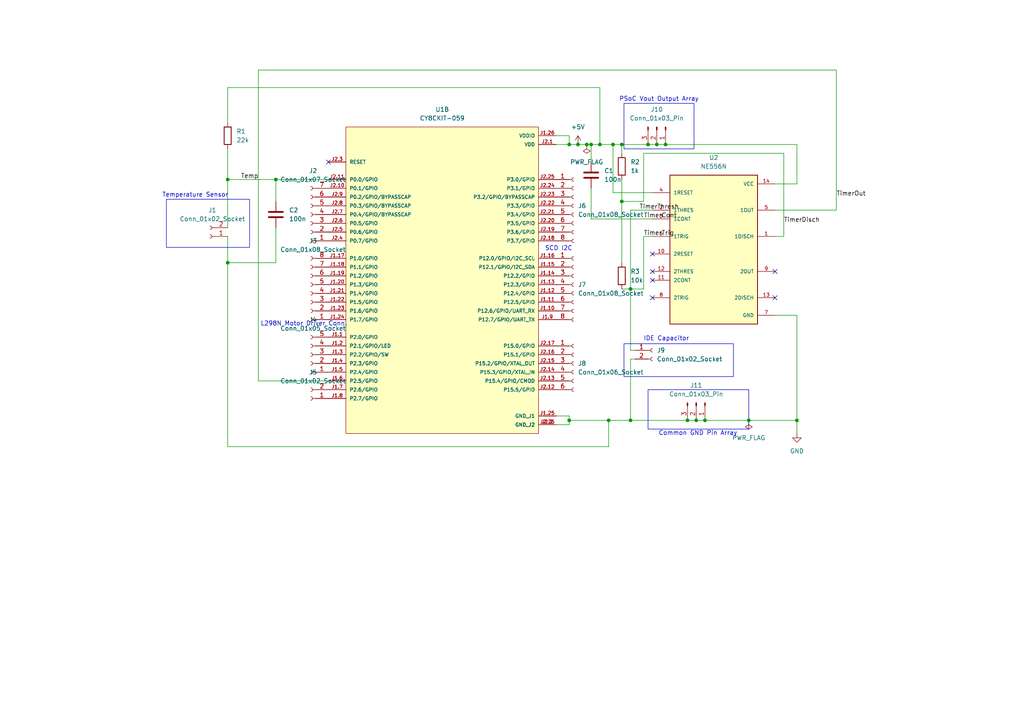
<source format=kicad_sch>
(kicad_sch (version 20231120) (generator "eeschema") (generator_version "8.0")
  (paper "A4")
  (title_block (title "External Gas Chamber Circuit") (date "2025-04-20") (rev "2") (company "Monash University Malaysia") (comment 1 "Drawn by Leong Van Jun"))
  (lib_symbols
    (symbol "CY8CKIT-059:CY8CKIT-059" (pin_names (offset 1.016))
      (property "Reference" "U" (at -20.32 16.002 0))
      (property "Value" "CY8CKIT-059" (at -20.32 -20.32 0))
      (symbol "CY8CKIT-059_1_0"
        (rectangle (start -20.32 -17.78) (end 20.32 15.24) (stroke (width 0.1524)) (fill (type background)))
        (pin power_in line (at 25.4 -12.7 180) (length 5.08) (name "GND_J8") (number "J8.1"))
        (pin bidirectional line (at -25.4 0 0) (length 5.08) (name "P3.0/GPIO") (number "J8.2"))
        (pin bidirectional line (at -25.4 -2.54 0) (length 5.08) (name "P3.4/GPIO") (number "J8.3"))
        (pin bidirectional line (at -25.4 -5.08 0) (length 5.08) (name "P3.5/GPIO") (number "J8.4"))
        (pin bidirectional line (at -25.4 -7.62 0) (length 5.08) (name "P3.6/GPIO") (number "J8.5"))
        (pin bidirectional line (at -25.4 7.62 0) (length 5.08) (name "P0.0/GPIO") (number "J8.6"))
        (pin bidirectional line (at -25.4 5.08 0) (length 5.08) (name "P0.1/GPIO") (number "J8.7"))
        (pin power_in line (at 25.4 12.7 180) (length 5.08) (name "VBUS") (number "J9.1"))
        (pin power_in line (at 25.4 -15.24 180) (length 5.08) (name "GND_J9") (number "J9.2"))
        (pin bidirectional line (at 25.4 0 180) (length 5.08) (name "P12.5/GPIO") (number "J9.3"))
        (pin bidirectional line (at 25.4 5.08 180) (length 5.08) (name "P12.0/GPIO/I2C_SCL") (number "J9.4"))
        (pin bidirectional line (at 25.4 2.54 180) (length 5.08) (name "P12.1/GPIO/I2C_SDA") (number "J9.5"))
        (pin bidirectional line (at 25.4 -2.54 180) (length 5.08) (name "P12.6/GPIO/UART_RX") (number "J9.6"))
        (pin bidirectional line (at 25.4 -5.08 180) (length 5.08) (name "P12.7/GPIO/UART_TX") (number "J9.7"))
      )
      (symbol "CY8CKIT-059_2_0"
        (rectangle (start -27.94 -45.72) (end 27.94 43.18) (stroke (width 0.1524)) (fill (type background)))
        (pin bidirectional line (at -33.02 -17.78 0) (length 5.08) (name "P2.0/GPIO") (number "J1.1"))
        (pin bidirectional line (at 33.02 -10.16 180) (length 5.08) (name "P12.6/GPIO/UART_RX") (number "J1.10"))
        (pin bidirectional line (at 33.02 -7.62 180) (length 5.08) (name "P12.5/GPIO") (number "J1.11"))
        (pin bidirectional line (at 33.02 -5.08 180) (length 5.08) (name "P12.4/GPIO") (number "J1.12"))
        (pin bidirectional line (at 33.02 -2.54 180) (length 5.08) (name "P12.3/GPIO") (number "J1.13"))
        (pin bidirectional line (at 33.02 0 180) (length 5.08) (name "P12.2/GPIO") (number "J1.14"))
        (pin bidirectional line (at 33.02 2.54 180) (length 5.08) (name "P12.1/GPIO/I2C_SDA") (number "J1.15"))
        (pin bidirectional line (at 33.02 5.08 180) (length 5.08) (name "P12.0/GPIO/I2C_SCL") (number "J1.16"))
        (pin bidirectional line (at -33.02 5.08 0) (length 5.08) (name "P1.0/GPIO") (number "J1.17"))
        (pin bidirectional line (at -33.02 2.54 0) (length 5.08) (name "P1.1/GPIO") (number "J1.18"))
        (pin bidirectional line (at -33.02 0 0) (length 5.08) (name "P1.2/GPIO") (number "J1.19"))
        (pin bidirectional line (at -33.02 -20.32 0) (length 5.08) (name "P2.1/GPIO/LED") (number "J1.2"))
        (pin bidirectional line (at -33.02 -2.54 0) (length 5.08) (name "P1.3/GPIO") (number "J1.20"))
        (pin bidirectional line (at -33.02 -5.08 0) (length 5.08) (name "P1.4/GPIO") (number "J1.21"))
        (pin bidirectional line (at -33.02 -7.62 0) (length 5.08) (name "P1.5/GPIO") (number "J1.22"))
        (pin bidirectional line (at -33.02 -10.16 0) (length 5.08) (name "P1.6/GPIO") (number "J1.23"))
        (pin bidirectional line (at -33.02 -12.7 0) (length 5.08) (name "P1.7/GPIO") (number "J1.24"))
        (pin power_in line (at 33.02 -40.64 180) (length 5.08) (name "GND_J1") (number "J1.25"))
        (pin power_in line (at 33.02 40.64 180) (length 5.08) (name "VDDIO") (number "J1.26"))
        (pin bidirectional line (at -33.02 -22.86 0) (length 5.08) (name "P2.2/GPIO/SW") (number "J1.3"))
        (pin bidirectional line (at -33.02 -25.4 0) (length 5.08) (name "P2.3/GPIO") (number "J1.4"))
        (pin bidirectional line (at -33.02 -27.94 0) (length 5.08) (name "P2.4/GPIO") (number "J1.5"))
        (pin bidirectional line (at -33.02 -30.48 0) (length 5.08) (name "P2.5/GPIO") (number "J1.6"))
        (pin bidirectional line (at -33.02 -33.02 0) (length 5.08) (name "P2.6/GPIO") (number "J1.7"))
        (pin bidirectional line (at -33.02 -35.56 0) (length 5.08) (name "P2.7/GPIO") (number "J1.8"))
        (pin bidirectional line (at 33.02 -12.7 180) (length 5.08) (name "P12.7/GPIO/UART_TX") (number "J1.9"))
        (pin power_in line (at 33.02 38.1 180) (length 5.08) (name "VDD") (number "J2.1"))
        (pin bidirectional line (at -33.02 25.4 0) (length 5.08) (name "P0.1/GPIO") (number "J2.10"))
        (pin bidirectional line (at -33.02 27.94 0) (length 5.08) (name "P0.0/GPIO") (number "J2.11"))
        (pin bidirectional line (at 33.02 -33.02 180) (length 5.08) (name "P15.5/GPIO") (number "J2.12"))
        (pin bidirectional line (at 33.02 -30.48 180) (length 5.08) (name "P15.4/GPIO/CMOD") (number "J2.13"))
        (pin bidirectional line (at 33.02 -27.94 180) (length 5.08) (name "P15.3/GPIO/XTAL_IN") (number "J2.14"))
        (pin bidirectional line (at 33.02 -25.4 180) (length 5.08) (name "P15.2/GPIO/XTAL_OUT") (number "J2.15"))
        (pin bidirectional line (at 33.02 -22.86 180) (length 5.08) (name "P15.1/GPIO") (number "J2.16"))
        (pin bidirectional line (at 33.02 -20.32 180) (length 5.08) (name "P15.0/GPIO") (number "J2.17"))
        (pin bidirectional line (at 33.02 10.16 180) (length 5.08) (name "P3.7/GPIO") (number "J2.18"))
        (pin bidirectional line (at 33.02 12.7 180) (length 5.08) (name "P3.6/GPIO") (number "J2.19"))
        (pin power_in line (at 33.02 -43.18 180) (length 5.08) (name "GND_J2") (number "J2.2"))
        (pin bidirectional line (at 33.02 15.24 180) (length 5.08) (name "P3.5/GPIO") (number "J2.20"))
        (pin bidirectional line (at 33.02 17.78 180) (length 5.08) (name "P3.4/GPIO") (number "J2.21"))
        (pin bidirectional line (at 33.02 20.32 180) (length 5.08) (name "P3.3/GPIO") (number "J2.22"))
        (pin bidirectional line (at 33.02 22.86 180) (length 5.08) (name "P3.2/GPIO/BYPASSCAP") (number "J2.23"))
        (pin bidirectional line (at 33.02 25.4 180) (length 5.08) (name "P3.1/GPIO") (number "J2.24"))
        (pin bidirectional line (at 33.02 27.94 180) (length 5.08) (name "P3.0/GPIO") (number "J2.25"))
        (pin power_in line (at 33.02 -43.18 180) (length 5.08) (name "GND_J2") (number "J2.26"))
        (pin bidirectional line (at -33.02 33.02 0) (length 5.08) (name "RESET") (number "J2.3"))
        (pin bidirectional line (at -33.02 10.16 0) (length 5.08) (name "P0.7/GPIO") (number "J2.4"))
        (pin bidirectional line (at -33.02 12.7 0) (length 5.08) (name "P0.6/GPIO") (number "J2.5"))
        (pin bidirectional line (at -33.02 15.24 0) (length 5.08) (name "P0.5/GPIO") (number "J2.6"))
        (pin bidirectional line (at -33.02 17.78 0) (length 5.08) (name "P0.4/GPIO/BYPASSCAP") (number "J2.7"))
        (pin bidirectional line (at -33.02 20.32 0) (length 5.08) (name "P0.3/GPIO/BYPASSCAP") (number "J2.8"))
        (pin bidirectional line (at -33.02 22.86 0) (length 5.08) (name "P0.2/GPIO/BYPASSCAP") (number "J2.9"))
      )
    )
    (symbol "Connector:Conn_01x02_Socket" (pin_names (offset 1.016) hide)
      (property "Reference" "J" (at 0 2.54 0))
      (property "Value" "Conn_01x02_Socket" (at 0 -5.08 0))
      (symbol "Conn_01x02_Socket_1_1"
        (arc (start 0 -2.032) (mid -0.5058 -2.54) (end 0 -3.048) (stroke (width 0.1524)))
        (polyline (pts (xy -1.27 -2.54) (xy -0.508 -2.54)) (stroke (width 0.1524)))
        (polyline (pts (xy -1.27 0) (xy -0.508 0)) (stroke (width 0.1524)))
        (arc (start 0 0.508) (mid -0.5058 0) (end 0 -0.508) (stroke (width 0.1524)))
        (pin passive line (at -5.08 0 0) (length 3.81) (name "Pin_1") (number "1"))
        (pin passive line (at -5.08 -2.54 0) (length 3.81) (name "Pin_2") (number "2"))
      )
    )
    (symbol "Connector:Conn_01x03_Pin" (pin_names (offset 1.016) hide)
      (property "Reference" "J" (at 0 5.08 0))
      (property "Value" "Conn_01x03_Pin" (at 0 -5.08 0))
      (symbol "Conn_01x03_Pin_1_1"
        (polyline (pts (xy 1.27 -2.54) (xy 0.8636 -2.54)) (stroke (width 0.1524)))
        (polyline (pts (xy 1.27 0) (xy 0.8636 0)) (stroke (width 0.1524)))
        (polyline (pts (xy 1.27 2.54) (xy 0.8636 2.54)) (stroke (width 0.1524)))
        (rectangle (start 0.8636 -2.413) (end 0 -2.667) (stroke (width 0.1524)) (fill (type outline)))
        (rectangle (start 0.8636 0.127) (end 0 -0.127) (stroke (width 0.1524)) (fill (type outline)))
        (rectangle (start 0.8636 2.667) (end 0 2.413) (stroke (width 0.1524)) (fill (type outline)))
        (pin passive line (at 5.08 2.54 180) (length 3.81) (name "Pin_1") (number "1"))
        (pin passive line (at 5.08 0 180) (length 3.81) (name "Pin_2") (number "2"))
        (pin passive line (at 5.08 -2.54 180) (length 3.81) (name "Pin_3") (number "3"))
      )
    )
    (symbol "Connector:Conn_01x05_Socket" (pin_names (offset 1.016) hide)
      (property "Reference" "J" (at 0 7.62 0))
      (property "Value" "Conn_01x05_Socket" (at 0 -7.62 0))
      (symbol "Conn_01x05_Socket_1_1"
        (arc (start 0 -4.572) (mid -0.5058 -5.08) (end 0 -5.588) (stroke (width 0.1524)))
        (arc (start 0 -2.032) (mid -0.5058 -2.54) (end 0 -3.048) (stroke (width 0.1524)))
        (polyline (pts (xy -1.27 -5.08) (xy -0.508 -5.08)) (stroke (width 0.1524)))
        (polyline (pts (xy -1.27 -2.54) (xy -0.508 -2.54)) (stroke (width 0.1524)))
        (polyline (pts (xy -1.27 0) (xy -0.508 0)) (stroke (width 0.1524)))
        (polyline (pts (xy -1.27 2.54) (xy -0.508 2.54)) (stroke (width 0.1524)))
        (polyline (pts (xy -1.27 5.08) (xy -0.508 5.08)) (stroke (width 0.1524)))
        (arc (start 0 0.508) (mid -0.5058 0) (end 0 -0.508) (stroke (width 0.1524)))
        (arc (start 0 3.048) (mid -0.5058 2.54) (end 0 2.032) (stroke (width 0.1524)))
        (arc (start 0 5.588) (mid -0.5058 5.08) (end 0 4.572) (stroke (width 0.1524)))
        (pin passive line (at -5.08 5.08 0) (length 3.81) (name "Pin_1") (number "1"))
        (pin passive line (at -5.08 2.54 0) (length 3.81) (name "Pin_2") (number "2"))
        (pin passive line (at -5.08 0 0) (length 3.81) (name "Pin_3") (number "3"))
        (pin passive line (at -5.08 -2.54 0) (length 3.81) (name "Pin_4") (number "4"))
        (pin passive line (at -5.08 -5.08 0) (length 3.81) (name "Pin_5") (number "5"))
      )
    )
    (symbol "Connector:Conn_01x06_Socket" (pin_names (offset 1.016) hide)
      (property "Reference" "J" (at 0 7.62 0))
      (property "Value" "Conn_01x06_Socket" (at 0 -10.16 0))
      (symbol "Conn_01x06_Socket_1_1"
        (arc (start 0 -7.112) (mid -0.5058 -7.62) (end 0 -8.128) (stroke (width 0.1524)))
        (arc (start 0 -4.572) (mid -0.5058 -5.08) (end 0 -5.588) (stroke (width 0.1524)))
        (arc (start 0 -2.032) (mid -0.5058 -2.54) (end 0 -3.048) (stroke (width 0.1524)))
        (polyline (pts (xy -1.27 -7.62) (xy -0.508 -7.62)) (stroke (width 0.1524)))
        (polyline (pts (xy -1.27 -5.08) (xy -0.508 -5.08)) (stroke (width 0.1524)))
        (polyline (pts (xy -1.27 -2.54) (xy -0.508 -2.54)) (stroke (width 0.1524)))
        (polyline (pts (xy -1.27 0) (xy -0.508 0)) (stroke (width 0.1524)))
        (polyline (pts (xy -1.27 2.54) (xy -0.508 2.54)) (stroke (width 0.1524)))
        (polyline (pts (xy -1.27 5.08) (xy -0.508 5.08)) (stroke (width 0.1524)))
        (arc (start 0 0.508) (mid -0.5058 0) (end 0 -0.508) (stroke (width 0.1524)))
        (arc (start 0 3.048) (mid -0.5058 2.54) (end 0 2.032) (stroke (width 0.1524)))
        (arc (start 0 5.588) (mid -0.5058 5.08) (end 0 4.572) (stroke (width 0.1524)))
        (pin passive line (at -5.08 5.08 0) (length 3.81) (name "Pin_1") (number "1"))
        (pin passive line (at -5.08 2.54 0) (length 3.81) (name "Pin_2") (number "2"))
        (pin passive line (at -5.08 0 0) (length 3.81) (name "Pin_3") (number "3"))
        (pin passive line (at -5.08 -2.54 0) (length 3.81) (name "Pin_4") (number "4"))
        (pin passive line (at -5.08 -5.08 0) (length 3.81) (name "Pin_5") (number "5"))
        (pin passive line (at -5.08 -7.62 0) (length 3.81) (name "Pin_6") (number "6"))
      )
    )
    (symbol "Connector:Conn_01x07_Socket" (pin_names (offset 1.016) hide)
      (property "Reference" "J" (at 0 10.16 0))
      (property "Value" "Conn_01x07_Socket" (at 0 -10.16 0))
      (symbol "Conn_01x07_Socket_1_1"
        (arc (start 0 -7.112) (mid -0.5058 -7.62) (end 0 -8.128) (stroke (width 0.1524)))
        (arc (start 0 -4.572) (mid -0.5058 -5.08) (end 0 -5.588) (stroke (width 0.1524)))
        (arc (start 0 -2.032) (mid -0.5058 -2.54) (end 0 -3.048) (stroke (width 0.1524)))
        (polyline (pts (xy -1.27 -7.62) (xy -0.508 -7.62)) (stroke (width 0.1524)))
        (polyline (pts (xy -1.27 -5.08) (xy -0.508 -5.08)) (stroke (width 0.1524)))
        (polyline (pts (xy -1.27 -2.54) (xy -0.508 -2.54)) (stroke (width 0.1524)))
        (polyline (pts (xy -1.27 0) (xy -0.508 0)) (stroke (width 0.1524)))
        (polyline (pts (xy -1.27 2.54) (xy -0.508 2.54)) (stroke (width 0.1524)))
        (polyline (pts (xy -1.27 5.08) (xy -0.508 5.08)) (stroke (width 0.1524)))
        (polyline (pts (xy -1.27 7.62) (xy -0.508 7.62)) (stroke (width 0.1524)))
        (arc (start 0 0.508) (mid -0.5058 0) (end 0 -0.508) (stroke (width 0.1524)))
        (arc (start 0 3.048) (mid -0.5058 2.54) (end 0 2.032) (stroke (width 0.1524)))
        (arc (start 0 5.588) (mid -0.5058 5.08) (end 0 4.572) (stroke (width 0.1524)))
        (arc (start 0 8.128) (mid -0.5058 7.62) (end 0 7.112) (stroke (width 0.1524)))
        (pin passive line (at -5.08 7.62 0) (length 3.81) (name "Pin_1") (number "1"))
        (pin passive line (at -5.08 5.08 0) (length 3.81) (name "Pin_2") (number "2"))
        (pin passive line (at -5.08 2.54 0) (length 3.81) (name "Pin_3") (number "3"))
        (pin passive line (at -5.08 0 0) (length 3.81) (name "Pin_4") (number "4"))
        (pin passive line (at -5.08 -2.54 0) (length 3.81) (name "Pin_5") (number "5"))
        (pin passive line (at -5.08 -5.08 0) (length 3.81) (name "Pin_6") (number "6"))
        (pin passive line (at -5.08 -7.62 0) (length 3.81) (name "Pin_7") (number "7"))
      )
    )
    (symbol "Connector:Conn_01x08_Socket" (pin_names (offset 1.016) hide)
      (property "Reference" "J" (at 0 10.16 0))
      (property "Value" "Conn_01x08_Socket" (at 0 -12.7 0))
      (symbol "Conn_01x08_Socket_1_1"
        (arc (start 0 -9.652) (mid -0.5058 -10.16) (end 0 -10.668) (stroke (width 0.1524)))
        (arc (start 0 -7.112) (mid -0.5058 -7.62) (end 0 -8.128) (stroke (width 0.1524)))
        (arc (start 0 -4.572) (mid -0.5058 -5.08) (end 0 -5.588) (stroke (width 0.1524)))
        (arc (start 0 -2.032) (mid -0.5058 -2.54) (end 0 -3.048) (stroke (width 0.1524)))
        (polyline (pts (xy -1.27 -10.16) (xy -0.508 -10.16)) (stroke (width 0.1524)))
        (polyline (pts (xy -1.27 -7.62) (xy -0.508 -7.62)) (stroke (width 0.1524)))
        (polyline (pts (xy -1.27 -5.08) (xy -0.508 -5.08)) (stroke (width 0.1524)))
        (polyline (pts (xy -1.27 -2.54) (xy -0.508 -2.54)) (stroke (width 0.1524)))
        (polyline (pts (xy -1.27 0) (xy -0.508 0)) (stroke (width 0.1524)))
        (polyline (pts (xy -1.27 2.54) (xy -0.508 2.54)) (stroke (width 0.1524)))
        (polyline (pts (xy -1.27 5.08) (xy -0.508 5.08)) (stroke (width 0.1524)))
        (polyline (pts (xy -1.27 7.62) (xy -0.508 7.62)) (stroke (width 0.1524)))
        (arc (start 0 0.508) (mid -0.5058 0) (end 0 -0.508) (stroke (width 0.1524)))
        (arc (start 0 3.048) (mid -0.5058 2.54) (end 0 2.032) (stroke (width 0.1524)))
        (arc (start 0 5.588) (mid -0.5058 5.08) (end 0 4.572) (stroke (width 0.1524)))
        (arc (start 0 8.128) (mid -0.5058 7.62) (end 0 7.112) (stroke (width 0.1524)))
        (pin passive line (at -5.08 7.62 0) (length 3.81) (name "Pin_1") (number "1"))
        (pin passive line (at -5.08 5.08 0) (length 3.81) (name "Pin_2") (number "2"))
        (pin passive line (at -5.08 2.54 0) (length 3.81) (name "Pin_3") (number "3"))
        (pin passive line (at -5.08 0 0) (length 3.81) (name "Pin_4") (number "4"))
        (pin passive line (at -5.08 -2.54 0) (length 3.81) (name "Pin_5") (number "5"))
        (pin passive line (at -5.08 -5.08 0) (length 3.81) (name "Pin_6") (number "6"))
        (pin passive line (at -5.08 -7.62 0) (length 3.81) (name "Pin_7") (number "7"))
        (pin passive line (at -5.08 -10.16 0) (length 3.81) (name "Pin_8") (number "8"))
      )
    )
    (symbol "Device:C" (pin_numbers hide) (pin_names (offset 0.254))
      (property "Reference" "C" (at 0.635 2.54 0))
      (property "Value" "C" (at 0.635 -2.54 0))
      (symbol "C_0_1"
        (polyline (pts (xy -2.032 -0.762) (xy 2.032 -0.762)) (stroke (width 0.508)))
        (polyline (pts (xy -2.032 0.762) (xy 2.032 0.762)) (stroke (width 0.508)))
      )
      (symbol "C_1_1"
        (pin passive line (at 0 3.81 270) (length 2.794) (name "~") (number "1"))
        (pin passive line (at 0 -3.81 90) (length 2.794) (name "~") (number "2"))
      )
    )
    (symbol "Device:R" (pin_numbers hide) (pin_names (offset 0))
      (property "Reference" "R" (at 2.032 0 90))
      (property "Value" "R" (at 0 0 90))
      (symbol "R_0_1"
        (rectangle (start -1.016 -2.54) (end 1.016 2.54) (stroke (width 0.254)))
      )
      (symbol "R_1_1"
        (pin passive line (at 0 3.81 270) (length 1.27) (name "~") (number "1"))
        (pin passive line (at 0 -3.81 90) (length 1.27) (name "~") (number "2"))
      )
    )
    (symbol "NE556N:NE556N" (pin_names (offset 1.016))
      (property "Reference" "U" (at -12.7 21.32 0))
      (property "Value" "NE556N" (at -12.7 -25.4 0))
      (symbol "NE556N_0_0"
        (rectangle (start -12.7 -22.86) (end 12.7 20.32) (stroke (width 0.254)) (fill (type background)))
        (pin output line (at 17.78 2.54 180) (length 5.08) (name "1DISCH") (number "1"))
        (pin input line (at -17.78 -2.54 0) (length 5.08) (name "2RESET") (number "10"))
        (pin input line (at -17.78 -10.16 0) (length 5.08) (name "2CONT") (number "11"))
        (pin input line (at -17.78 -7.62 0) (length 5.08) (name "2THRES") (number "12"))
        (pin output line (at 17.78 -15.24 180) (length 5.08) (name "2DISCH") (number "13"))
        (pin power_in line (at 17.78 17.78 180) (length 5.08) (name "VCC") (number "14"))
        (pin input line (at -17.78 10.16 0) (length 5.08) (name "1THRES") (number "2"))
        (pin input line (at -17.78 7.62 0) (length 5.08) (name "1CONT") (number "3"))
        (pin input line (at -17.78 15.24 0) (length 5.08) (name "1RESET") (number "4"))
        (pin output line (at 17.78 10.16 180) (length 5.08) (name "1OUT") (number "5"))
        (pin input line (at -17.78 2.54 0) (length 5.08) (name "1TRIG") (number "6"))
        (pin power_in line (at 17.78 -20.32 180) (length 5.08) (name "GND") (number "7"))
        (pin input line (at -17.78 -15.24 0) (length 5.08) (name "2TRIG") (number "8"))
        (pin output line (at 17.78 -7.62 180) (length 5.08) (name "2OUT") (number "9"))
      )
    )
    (symbol "power:+5V" (power) (pin_numbers hide) (pin_names (offset 0) hide)
      (property "Value" "+5V" (at 0 3.556 0))
      (symbol "+5V_0_1"
        (polyline (pts (xy -0.762 1.27) (xy 0 2.54)))
        (polyline (pts (xy 0 0) (xy 0 2.54)))
        (polyline (pts (xy 0 2.54) (xy 0.762 1.27)))
      )
      (symbol "+5V_1_1"
        (pin power_in line (at 0 0 90) (length 0) (name "~") (number "1"))
      )
    )
    (symbol "power:GND" (power) (pin_numbers hide) (pin_names (offset 0) hide)
      (property "Value" "GND" (at 0 -3.81 0))
      (symbol "GND_0_1"
        (polyline (pts (xy 0 0) (xy 0 -1.27) (xy 1.27 -1.27) (xy 0 -2.54) (xy -1.27 -1.27) (xy 0 -1.27)))
      )
      (symbol "GND_1_1"
        (pin power_in line (at 0 0 270) (length 0) (name "~") (number "1"))
      )
    )
    (symbol "power:PWR_FLAG" (power) (pin_numbers hide) (pin_names (offset 0) hide)
      (property "Value" "PWR_FLAG" (at 0 3.81 0))
      (symbol "PWR_FLAG_0_0"
        (pin power_out line (at 0 0 90) (length 0) (name "~") (number "1"))
      )
      (symbol "PWR_FLAG_0_1"
        (polyline (pts (xy 0 0) (xy 0 1.27) (xy -1.016 1.905) (xy 0 2.54) (xy 1.016 1.905) (xy 0 1.27)))
      )
    )
  )
  (bus_alias "" (members))
  (junction (at 176.53 121.92))
  (junction (at 171.45 41.91))
  (junction (at 182.88 121.92))
  (junction (at 217.17 121.92))
  (junction (at 204.47 121.92))
  (junction (at 165.1 41.91))
  (junction (at 187.96 41.91))
  (junction (at 170.18 41.91))
  (junction (at 190.5 41.91))
  (junction (at 182.88 83.82))
  (junction (at 231.14 121.92))
  (junction (at 173.99 41.91))
  (junction (at 180.34 41.91))
  (junction (at 66.04 76.2))
  (junction (at 201.93 121.92))
  (junction (at 66.04 52.07))
  (junction (at 199.39 121.92))
  (junction (at 165.1 121.92))
  (junction (at 193.04 41.91))
  (junction (at 80.01 52.07))
  (junction (at 180.34 58.42))
  (junction (at 177.8 41.91))
  (junction (at 167.64 41.91))
  (no_connect (at 189.23 81.28))
  (no_connect (at 189.23 73.66))
  (no_connect (at 189.23 78.74))
  (no_connect (at 224.79 86.36))
  (no_connect (at 95.25 46.99))
  (no_connect (at 224.79 78.74))
  (no_connect (at 189.23 86.36))
  (wire (pts (xy 171.45 41.91) (xy 173.99 41.91)))
  (wire (pts (xy 231.14 121.92) (xy 231.14 125.73)))
  (wire (pts (xy 171.45 63.5) (xy 171.45 54.61)))
  (wire (pts (xy 66.04 43.18) (xy 66.04 52.07)))
  (wire (pts (xy 186.69 58.42) (xy 180.34 58.42)))
  (wire (pts (xy 180.34 41.91) (xy 187.96 41.91)))
  (wire (pts (xy 74.93 110.49) (xy 95.25 110.49)))
  (wire (pts (xy 66.04 68.58) (xy 66.04 76.2)))
  (wire (pts (xy 186.69 68.58) (xy 186.69 83.82)))
  (wire (pts (xy 224.79 91.44) (xy 231.14 91.44)))
  (wire (pts (xy 204.47 121.92) (xy 217.17 121.92)))
  (wire (pts (xy 177.8 41.91) (xy 177.8 55.88)))
  (wire (pts (xy 80.01 52.07) (xy 95.25 52.07)))
  (wire (pts (xy 80.01 66.04) (xy 80.01 76.2)))
  (wire (pts (xy 74.93 20.32) (xy 242.57 20.32)))
  (wire (pts (xy 189.23 60.96) (xy 182.88 60.96)))
  (wire (pts (xy 66.04 52.07) (xy 66.04 66.04)))
  (wire (pts (xy 171.45 41.91) (xy 171.45 46.99)))
  (wire (pts (xy 189.23 68.58) (xy 186.69 68.58)))
  (wire (pts (xy 165.1 120.65) (xy 165.1 121.92)))
  (wire (pts (xy 224.79 53.34) (xy 231.14 53.34)))
  (wire (pts (xy 173.99 41.91) (xy 177.8 41.91)))
  (wire (pts (xy 161.29 39.37) (xy 165.1 39.37)))
  (wire (pts (xy 217.17 121.92) (xy 231.14 121.92)))
  (wire (pts (xy 165.1 39.37) (xy 165.1 41.91)))
  (wire (pts (xy 242.57 60.96) (xy 224.79 60.96)))
  (wire (pts (xy 66.04 35.56) (xy 66.04 25.4)))
  (wire (pts (xy 176.53 121.92) (xy 182.88 121.92)))
  (wire (pts (xy 161.29 41.91) (xy 165.1 41.91)))
  (wire (pts (xy 242.57 20.32) (xy 242.57 60.96)))
  (wire (pts (xy 187.96 41.91) (xy 190.5 41.91)))
  (wire (pts (xy 224.79 68.58) (xy 227.33 68.58)))
  (wire (pts (xy 227.33 68.58) (xy 227.33 44.45)))
  (wire (pts (xy 189.23 63.5) (xy 171.45 63.5)))
  (wire (pts (xy 165.1 121.92) (xy 165.1 123.19)))
  (wire (pts (xy 167.64 41.91) (xy 170.18 41.91)))
  (wire (pts (xy 193.04 41.91) (xy 231.14 41.91)))
  (wire (pts (xy 182.88 60.96) (xy 182.88 83.82)))
  (wire (pts (xy 66.04 52.07) (xy 80.01 52.07)))
  (wire (pts (xy 80.01 52.07) (xy 80.01 58.42)))
  (wire (pts (xy 161.29 123.19) (xy 165.1 123.19)))
  (wire (pts (xy 165.1 41.91) (xy 167.64 41.91)))
  (wire (pts (xy 66.04 25.4) (xy 173.99 25.4)))
  (wire (pts (xy 170.18 41.91) (xy 171.45 41.91)))
  (wire (pts (xy 182.88 83.82) (xy 180.34 83.82)))
  (wire (pts (xy 182.88 104.14) (xy 182.88 121.92)))
  (wire (pts (xy 182.88 83.82) (xy 182.88 101.6)))
  (wire (pts (xy 201.93 121.92) (xy 204.47 121.92)))
  (wire (pts (xy 190.5 41.91) (xy 193.04 41.91)))
  (wire (pts (xy 231.14 91.44) (xy 231.14 121.92)))
  (wire (pts (xy 227.33 44.45) (xy 186.69 44.45)))
  (wire (pts (xy 177.8 41.91) (xy 180.34 41.91)))
  (wire (pts (xy 189.23 55.88) (xy 177.8 55.88)))
  (wire (pts (xy 199.39 121.92) (xy 201.93 121.92)))
  (wire (pts (xy 176.53 129.54) (xy 176.53 121.92)))
  (wire (pts (xy 161.29 120.65) (xy 165.1 120.65)))
  (wire (pts (xy 186.69 83.82) (xy 182.88 83.82)))
  (wire (pts (xy 180.34 41.91) (xy 180.34 44.45)))
  (wire (pts (xy 184.15 104.14) (xy 182.88 104.14)))
  (wire (pts (xy 182.88 121.92) (xy 199.39 121.92)))
  (wire (pts (xy 180.34 52.07) (xy 180.34 58.42)))
  (wire (pts (xy 66.04 76.2) (xy 66.04 129.54)))
  (wire (pts (xy 231.14 41.91) (xy 231.14 53.34)))
  (wire (pts (xy 66.04 129.54) (xy 176.53 129.54)))
  (wire (pts (xy 80.01 76.2) (xy 66.04 76.2)))
  (wire (pts (xy 173.99 25.4) (xy 173.99 41.91)))
  (wire (pts (xy 180.34 58.42) (xy 180.34 76.2)))
  (wire (pts (xy 74.93 110.49) (xy 74.93 20.32)))
  (wire (pts (xy 165.1 121.92) (xy 176.53 121.92)))
  (wire (pts (xy 182.88 101.6) (xy 184.15 101.6)))
  (wire (pts (xy 186.69 44.45) (xy 186.69 58.42)))
  (rectangle (start 48.26 57.785) (end 72.39 71.755))
  (rectangle (start 187.96 113.03) (end 217.17 124.46))
  (rectangle (start 180.975 29.972) (end 201.295 43.18))
  (rectangle (start 180.975 99.695) (end 212.725 109.22))
  (text "SCD I2C\n" (at 162.052 72.136 0) (effects (font (size 1.27 1.27))))
  (text "IDE Capacitor\n" (at 193.294 98.298 0) (effects (font (size 1.27 1.27))))
  (text "PSoC Vout Output Array\n\n" (at 191.135 29.845 0) (effects (font (size 1.27 1.27))))
  (text "Common GND Pin Array\n" (at 202.438 125.73 0) (effects (font (size 1.27 1.27))))
  (text "Temperature Sensor" (at 56.642 56.642 0) (effects (font (size 1.27 1.27))))
  (text "L298N Motor Driver Conn.\n" (at 88.138 93.98 0) (effects (font (size 1.27 1.27))))
  (label "TimerDisch" (at 227.33 64.77 0))
  (label "TimerTrig" (at 186.69 68.58 0))
  (label "TimerThresh" (at 185.42 60.96 0))
  (label "TimerCont" (at 186.69 63.5 0))
  (label "TimerOut" (at 242.57 57.15 0))
  (label "Temp" (at 69.85 52.07 0))
  (symbol (lib_id "Device:R") (at 180.34 48.26 0) (unit 1)
    (property "Reference" "R2" (at 182.88 46.9899 0) (effects (justify left)))
    (property "Value" "1k" (at 182.88 49.5299 0) (effects (justify left)))
    (property "Footprint" "Resistor_THT:R_Axial_DIN0207_L6.3mm_D2.5mm_P7.62mm_Horizontal" (effects (hide yes)))
    (property "Description" "Resistor" (effects (hide yes)))
  )
  (symbol (lib_id "Connector:Conn_01x06_Socket") (at 166.37 105.41 0) (unit 1)
    (property "Reference" "J8" (at 167.64 105.4099 0) (effects (justify left)))
    (property "Value" "Conn_01x06_Socket" (at 167.64 107.9499 0) (effects (justify left)))
    (property "Footprint" "Connector_PinSocket_2.54mm:PinSocket_1x06_P2.54mm_Vertical" (effects (hide yes)))
    (property "Description" "Generic connector, single row, 01x06, script generated" (effects (hide yes)))
  )
  (symbol (lib_id "NE556N:NE556N") (at 207.01 71.12 0) (unit 1)
    (property "Reference" "U2" (at 207.01 45.72 0))
    (property "Value" "NE556N" (at 207.01 48.26 0))
    (property "Footprint" "NE556N Footprint:DIP794W45P254L1930H508Q14" (effects (hide yes)))
    (property "DigiKey_Part_Number" "296-6504-5-ND" (effects (hide yes)))
    (property "SnapEDA_Link" "https://www.snapeda.com/parts/NE556N/Texas+Instruments/view-part/?ref=snap" (effects (hide yes)))
    (property "MAXIMUM_PACKAGE_HEIGHT" "5.08 mm" (effects (hide yes)))
    (property "Package" "PDIP-14 Texas Instruments" (effects (hide yes)))
    (property "Check_prices" "https://www.snapeda.com/parts/NE556N/Texas+Instruments/view-part/?ref=eda" (effects (hide yes)))
    (property "STANDARD" "IPC 7351B" (effects (hide yes)))
    (property "PARTREV" "JUNE 2006" (effects (hide yes)))
    (property "MF" "Texas Instruments" (effects (hide yes)))
    (property "SNAPEDA_PACKAGE_ID" "10604" (effects (hide yes)))
    (property "MP" "NE556N" (effects (hide yes)))
    (property "Description_1" "\n                        \n                            Dual precision timer\n                        \n" (effects (hide yes)))
    (property "MANUFACTURER" "Texas Instruments" (effects (hide yes)))
  )
  (symbol (lib_id "Connector:Conn_01x08_Socket") (at 90.17 85.09 180) (unit 1)
    (property "Reference" "J3" (at 90.805 69.85 0))
    (property "Value" "Conn_01x08_Socket" (at 90.805 72.39 0))
    (property "Footprint" "Connector_PinSocket_2.54mm:PinSocket_1x08_P2.54mm_Vertical" (effects (hide yes)))
    (property "Description" "Generic connector, single row, 01x08, script generated" (effects (hide yes)))
  )
  (symbol (lib_id "Connector:Conn_01x08_Socket") (at 166.37 59.69 0) (unit 1)
    (property "Reference" "J6" (at 167.64 59.6899 0) (effects (justify left)))
    (property "Value" "Conn_01x08_Socket" (at 167.64 62.2299 0) (effects (justify left)))
    (property "Footprint" "Connector_PinSocket_2.54mm:PinSocket_1x08_P2.54mm_Vertical" (effects (hide yes)))
    (property "Description" "Generic connector, single row, 01x08, script generated" (effects (hide yes)))
  )
  (symbol (lib_id "CY8CKIT-059:CY8CKIT-059") (at 128.27 80.01 0) (unit 2)
    (property "Reference" "U1" (at 128.27 31.75 0))
    (property "Value" "CY8CKIT-059" (at 128.27 34.29 0))
    (property "Footprint" "PSOC Footprint:MODULE_CY8CKIT-059" (effects (hide yes)))
    (property "MF" "Cypress Semiconductor" (effects (hide yes)))
    (property "Description_1" "\n                        \n                            CY8C58LP  PSOC® 5LP ARM® Cortex®-M3 MCU 32-Bit Embedded Evaluation Board\n                        \n" (effects (hide yes)))
    (property "Package" "None" (effects (hide yes)))
    (property "Price" "None" (effects (hide yes)))
    (property "Check_prices" "https://www.snapeda.com/parts/CY8CKIT-059/Infineon/view-part/?ref=eda" (effects (hide yes)))
    (property "STANDARD" "Manufacturer Recommendations" (effects (hide yes)))
    (property "PARTREV" "G" (effects (hide yes)))
    (property "SnapEDA_Link" "https://www.snapeda.com/parts/CY8CKIT-059/Infineon/view-part/?ref=snap" (effects (hide yes)))
    (property "MP" "CY8CKIT-059" (effects (hide yes)))
    (property "Availability" "In Stock" (effects (hide yes)))
    (property "MANUFACTURER" "Cypress" (effects (hide yes)))
  )
  (symbol (lib_id "Device:R") (at 180.34 80.01 0) (unit 1)
    (property "Reference" "R3" (at 182.88 78.7399 0) (effects (justify left)))
    (property "Value" "10k" (at 182.88 81.2799 0) (effects (justify left)))
    (property "Footprint" "Resistor_THT:R_Axial_DIN0207_L6.3mm_D2.5mm_P7.62mm_Horizontal" (effects (hide yes)))
    (property "Description" "Resistor" (effects (hide yes)))
  )
  (symbol (lib_id "Connector:Conn_01x03_Pin") (at 201.93 116.84 270) (unit 1)
    (property "Reference" "J11" (at 201.93 111.76 90))
    (property "Value" "Conn_01x03_Pin" (at 201.93 114.3 90))
    (property "Footprint" "Connector_PinSocket_2.54mm:PinSocket_1x03_P2.54mm_Vertical" (effects (hide yes)))
    (property "Description" "Generic connector, single row, 01x03, script generated" (effects (hide yes)))
  )
  (symbol (lib_id "power:PWR_FLAG") (at 217.17 121.92 180) (unit 1)
    (property "Reference" "#FLG01" (effects (hide yes)))
    (property "Value" "PWR_FLAG" (at 217.17 127 0))
    (property "Description" "Special symbol for telling ERC where power comes from" (effects (hide yes)))
  )
  (symbol (lib_id "power:+5V") (at 167.64 41.91 0) (unit 1)
    (property "Reference" "#PWR02" (effects (hide yes)))
    (property "Value" "+5V" (at 167.64 36.83 0))
    (property "Description" "Power symbol creates a global label with name \"+5V\"" (effects (hide yes)))
  )
  (symbol (lib_id "power:PWR_FLAG") (at 170.18 41.91 180) (unit 1)
    (property "Reference" "#FLG02" (effects (hide yes)))
    (property "Value" "PWR_FLAG" (at 170.18 46.99 0))
    (property "Description" "Special symbol for telling ERC where power comes from" (effects (hide yes)))
  )
  (symbol (lib_id "Connector:Conn_01x02_Socket") (at 60.96 68.58 180) (unit 1)
    (property "Reference" "J1" (at 61.595 60.96 0))
    (property "Value" "Conn_01x02_Socket" (at 61.595 63.5 0))
    (property "Footprint" "Connector_PinHeader_2.54mm:PinHeader_1x02_P2.54mm_Vertical" (effects (hide yes)))
    (property "Description" "Generic connector, single row, 01x02, script generated" (effects (hide yes)))
  )
  (symbol (lib_id "Device:C") (at 80.01 62.23 0) (unit 1)
    (property "Reference" "C2" (at 83.82 60.9599 0) (effects (justify left)))
    (property "Value" "100n" (at 83.82 63.4999 0) (effects (justify left)))
    (property "Footprint" "Capacitor_THT:C_Disc_D5.0mm_W2.5mm_P5.00mm" (effects (hide yes)))
    (property "Description" "Unpolarized capacitor" (effects (hide yes)))
  )
  (symbol (lib_id "Connector:Conn_01x07_Socket") (at 90.17 62.23 180) (unit 1)
    (property "Reference" "J2" (at 90.805 49.53 0))
    (property "Value" "Conn_01x07_Socket" (at 90.805 52.07 0))
    (property "Footprint" "Connector_PinSocket_2.54mm:PinSocket_1x07_P2.54mm_Vertical" (effects (hide yes)))
    (property "Description" "Generic connector, single row, 01x07, script generated" (effects (hide yes)))
  )
  (symbol (lib_id "Connector:Conn_01x05_Socket") (at 90.17 102.87 180) (unit 1)
    (property "Reference" "J4" (at 90.805 92.71 0))
    (property "Value" "Conn_01x05_Socket" (at 90.805 95.25 0))
    (property "Footprint" "Connector_PinSocket_2.54mm:PinSocket_1x05_P2.54mm_Vertical" (effects (hide yes)))
    (property "Description" "Generic connector, single row, 01x05, script generated" (effects (hide yes)))
  )
  (symbol (lib_id "Connector:Conn_01x02_Socket") (at 90.17 115.57 180) (unit 1)
    (property "Reference" "J5" (at 90.805 107.95 0))
    (property "Value" "Conn_01x02_Socket" (at 90.805 110.49 0))
    (property "Footprint" "Connector_PinSocket_2.54mm:PinSocket_1x02_P2.54mm_Vertical" (effects (hide yes)))
    (property "Description" "Generic connector, single row, 01x02, script generated" (effects (hide yes)))
  )
  (symbol (lib_id "Connector:Conn_01x03_Pin") (at 190.5 36.83 270) (unit 1)
    (property "Reference" "J10" (at 190.5 31.75 90))
    (property "Value" "Conn_01x03_Pin" (at 190.5 34.29 90))
    (property "Footprint" "Connector_PinSocket_2.54mm:PinSocket_1x03_P2.54mm_Vertical" (effects (hide yes)))
    (property "Description" "Generic connector, single row, 01x03, script generated" (effects (hide yes)))
  )
  (symbol (lib_id "power:GND") (at 231.14 125.73 0) (unit 1)
    (property "Reference" "#PWR01" (effects (hide yes)))
    (property "Value" "GND" (at 231.14 130.81 0))
    (property "Description" "Power symbol creates a global label with name \"GND\" , ground" (effects (hide yes)))
  )
  (symbol (lib_id "Connector:Conn_01x02_Socket") (at 189.23 101.6 0) (unit 1)
    (property "Reference" "J9" (at 190.5 101.5999 0) (effects (justify left)))
    (property "Value" "Conn_01x02_Socket" (at 190.5 104.1399 0) (effects (justify left)))
    (property "Footprint" "Connector_PinSocket_2.54mm:PinSocket_1x02_P2.54mm_Vertical" (effects (hide yes)))
    (property "Description" "Generic connector, single row, 01x02, script generated" (effects (hide yes)))
  )
  (symbol (lib_id "Device:R") (at 66.04 39.37 0) (unit 1)
    (property "Reference" "R1" (at 68.58 38.0999 0) (effects (justify left)))
    (property "Value" "22k" (at 68.58 40.6399 0) (effects (justify left)))
    (property "Footprint" "Resistor_THT:R_Axial_DIN0207_L6.3mm_D2.5mm_P7.62mm_Horizontal" (effects (hide yes)))
    (property "Description" "Resistor" (effects (hide yes)))
  )
  (symbol (lib_id "Connector:Conn_01x08_Socket") (at 166.37 82.55 0) (unit 1)
    (property "Reference" "J7" (at 167.64 82.5499 0) (effects (justify left)))
    (property "Value" "Conn_01x08_Socket" (at 167.64 85.0899 0) (effects (justify left)))
    (property "Footprint" "Connector_PinHeader_2.54mm:PinHeader_1x08_P2.54mm_Vertical" (effects (hide yes)))
    (property "Description" "Generic connector, single row, 01x08, script generated" (effects (hide yes)))
  )
  (symbol (lib_id "Device:C") (at 171.45 50.8 0) (unit 1)
    (property "Reference" "C1" (at 175.26 49.5299 0) (effects (justify left)))
    (property "Value" "100n" (at 175.26 52.0699 0) (effects (justify left)))
    (property "Footprint" "Capacitor_THT:C_Disc_D5.0mm_W2.5mm_P5.00mm" (effects (hide yes)))
    (property "Description" "Unpolarized capacitor" (effects (hide yes)))
  )
)
</source>
